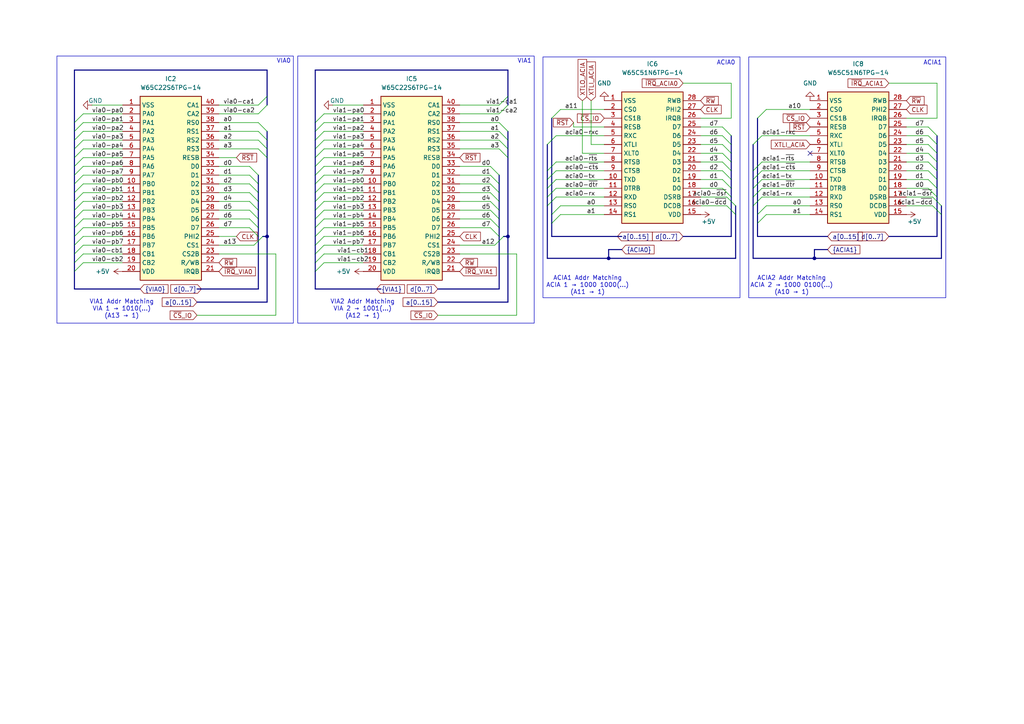
<source format=kicad_sch>
(kicad_sch (version 20250114) (generator "eeschema") (generator_version "9.0")
  (paper "A4")
  (title_block (title "6502 General Purpose Controller - I/O") (date "2025-05-22") (rev "1"))
  (lib_symbols
    (symbol "W65C22S6TPG-14:W65C22S6TPG-14"
      (property "Reference" "IC" (at 24.13 7.62 0))
      (property "Value" "W65C22S6TPG-14" (at 24.13 5.08 0))
      (symbol "W65C22S6TPG-14_1_1"
        (rectangle (start 5.08 2.54) (end 22.86 -50.8) (stroke (width 0.254)) (fill (type background)))
        (pin passive line (at 0 0 0) (length 5.08) (name "VSS") (number "1"))
        (pin passive line (at 0 -2.54 0) (length 5.08) (name "PA0") (number "2"))
        (pin passive line (at 0 -5.08 0) (length 5.08) (name "PA1") (number "3"))
        (pin passive line (at 0 -7.62 0) (length 5.08) (name "PA2") (number "4"))
        (pin passive line (at 0 -10.16 0) (length 5.08) (name "PA3") (number "5"))
        (pin passive line (at 0 -12.7 0) (length 5.08) (name "PA4") (number "6"))
        (pin passive line (at 0 -15.24 0) (length 5.08) (name "PA5") (number "7"))
        (pin passive line (at 0 -17.78 0) (length 5.08) (name "PA6") (number "8"))
        (pin passive line (at 0 -20.32 0) (length 5.08) (name "PA7") (number "9"))
        (pin passive line (at 0 -22.86 0) (length 5.08) (name "PB0") (number "10"))
        (pin passive line (at 0 -25.4 0) (length 5.08) (name "PB1") (number "11"))
        (pin passive line (at 0 -27.94 0) (length 5.08) (name "PB2") (number "12"))
        (pin passive line (at 0 -30.48 0) (length 5.08) (name "PB3") (number "13"))
        (pin passive line (at 0 -33.02 0) (length 5.08) (name "PB4") (number "14"))
        (pin passive line (at 0 -35.56 0) (length 5.08) (name "PB5") (number "15"))
        (pin passive line (at 0 -38.1 0) (length 5.08) (name "PB6") (number "16"))
        (pin passive line (at 0 -40.64 0) (length 5.08) (name "PB7") (number "17"))
        (pin passive line (at 0 -43.18 0) (length 5.08) (name "CB1") (number "18"))
        (pin passive line (at 0 -45.72 0) (length 5.08) (name "CB2") (number "19"))
        (pin passive line (at 0 -48.26 0) (length 5.08) (name "VDD") (number "20"))
        (pin passive line (at 27.94 0 180) (length 5.08) (name "CA1") (number "40"))
        (pin passive line (at 27.94 -2.54 180) (length 5.08) (name "CA2") (number "39"))
        (pin passive line (at 27.94 -5.08 180) (length 5.08) (name "RS0") (number "38"))
        (pin passive line (at 27.94 -7.62 180) (length 5.08) (name "RS1") (number "37"))
        (pin passive line (at 27.94 -10.16 180) (length 5.08) (name "RS2") (number "36"))
        (pin passive line (at 27.94 -12.7 180) (length 5.08) (name "RS3") (number "35"))
        (pin passive line (at 27.94 -15.24 180) (length 5.08) (name "RESB") (number "34"))
        (pin passive line (at 27.94 -17.78 180) (length 5.08) (name "D0") (number "33"))
        (pin passive line (at 27.94 -20.32 180) (length 5.08) (name "D1") (number "32"))
        (pin passive line (at 27.94 -22.86 180) (length 5.08) (name "D2") (number "31"))
        (pin passive line (at 27.94 -25.4 180) (length 5.08) (name "D3") (number "30"))
        (pin passive line (at 27.94 -27.94 180) (length 5.08) (name "D4") (number "29"))
        (pin passive line (at 27.94 -30.48 180) (length 5.08) (name "D5") (number "28"))
        (pin passive line (at 27.94 -33.02 180) (length 5.08) (name "D6") (number "27"))
        (pin passive line (at 27.94 -35.56 180) (length 5.08) (name "D7") (number "26"))
        (pin passive line (at 27.94 -38.1 180) (length 5.08) (name "PHI2") (number "25"))
        (pin passive line (at 27.94 -40.64 180) (length 5.08) (name "CS1") (number "24"))
        (pin passive line (at 27.94 -43.18 180) (length 5.08) (name "CS2B") (number "23"))
        (pin passive line (at 27.94 -45.72 180) (length 5.08) (name "R/WB") (number "22"))
        (pin passive line (at 27.94 -48.26 180) (length 5.08) (name "IRQB") (number "21"))
      )
    )
    (symbol "W65C51N6TPG-14:W65C51N6TPG-14"
      (property "Reference" "IC" (at 24.13 7.62 0))
      (property "Value" "W65C51N6TPG-14" (at 24.13 5.08 0))
      (symbol "W65C51N6TPG-14_1_1"
        (rectangle (start 5.08 2.54) (end 22.86 -35.56) (stroke (width 0.254)) (fill (type background)))
        (pin passive line (at 0 0 0) (length 5.08) (name "VSS") (number "1"))
        (pin passive line (at 0 -2.54 0) (length 5.08) (name "CS0") (number "2"))
        (pin passive line (at 0 -5.08 0) (length 5.08) (name "CS1B") (number "3"))
        (pin passive line (at 0 -7.62 0) (length 5.08) (name "RESB") (number "4"))
        (pin passive line (at 0 -10.16 0) (length 5.08) (name "RXC") (number "5"))
        (pin passive line (at 0 -12.7 0) (length 5.08) (name "XTLI") (number "6"))
        (pin passive line (at 0 -15.24 0) (length 5.08) (name "XLT0") (number "7"))
        (pin passive line (at 0 -17.78 0) (length 5.08) (name "RTSB") (number "8"))
        (pin passive line (at 0 -20.32 0) (length 5.08) (name "CTSB") (number "9"))
        (pin passive line (at 0 -22.86 0) (length 5.08) (name "TXD") (number "10"))
        (pin passive line (at 0 -25.4 0) (length 5.08) (name "DTRB") (number "11"))
        (pin passive line (at 0 -27.94 0) (length 5.08) (name "RXD") (number "12"))
        (pin passive line (at 0 -30.48 0) (length 5.08) (name "RS0") (number "13"))
        (pin passive line (at 0 -33.02 0) (length 5.08) (name "RS1") (number "14"))
        (pin passive line (at 27.94 0 180) (length 5.08) (name "RWB") (number "28"))
        (pin passive line (at 27.94 -2.54 180) (length 5.08) (name "PHI2") (number "27"))
        (pin passive line (at 27.94 -5.08 180) (length 5.08) (name "IRQB") (number "26"))
        (pin passive line (at 27.94 -7.62 180) (length 5.08) (name "D7") (number "25"))
        (pin passive line (at 27.94 -10.16 180) (length 5.08) (name "D6") (number "24"))
        (pin passive line (at 27.94 -12.7 180) (length 5.08) (name "D5") (number "23"))
        (pin passive line (at 27.94 -15.24 180) (length 5.08) (name "D4") (number "22"))
        (pin passive line (at 27.94 -17.78 180) (length 5.08) (name "D3") (number "21"))
        (pin passive line (at 27.94 -20.32 180) (length 5.08) (name "D2") (number "20"))
        (pin passive line (at 27.94 -22.86 180) (length 5.08) (name "D1") (number "19"))
        (pin passive line (at 27.94 -25.4 180) (length 5.08) (name "D0") (number "18"))
        (pin passive line (at 27.94 -27.94 180) (length 5.08) (name "DSRB") (number "17"))
        (pin passive line (at 27.94 -30.48 180) (length 5.08) (name "DCDB") (number "16"))
        (pin passive line (at 27.94 -33.02 180) (length 5.08) (name "VDD") (number "15"))
      )
    )
    (symbol "power:+5V" (power) (pin_numbers (hide yes)) (pin_names (offset 0) (hide yes))
      (property "Value" "+5V" (at 0 3.556 0))
      (symbol "+5V_0_1"
        (polyline (pts (xy -0.762 1.27) (xy 0 2.54)))
        (polyline (pts (xy 0 2.54) (xy 0.762 1.27)))
        (polyline (pts (xy 0 0) (xy 0 2.54)))
      )
      (symbol "+5V_1_1"
        (pin power_in line (at 0 0 90) (length 0) (name "~") (number "1"))
      )
    )
    (symbol "power:GND" (power) (pin_numbers (hide yes)) (pin_names (offset 0) (hide yes))
      (property "Value" "GND" (at 0 -3.81 0))
      (symbol "GND_0_1"
        (polyline (pts (xy 0 0) (xy 0 -1.27) (xy 1.27 -1.27) (xy 0 -2.54) (xy -1.27 -1.27) (xy 0 -1.27)))
      )
      (symbol "GND_1_1"
        (pin power_in line (at 0 0 270) (length 0) (name "~") (number "1"))
      )
    )
  )
  (bus_alias "ACIA0" (members "acia0-~{rts}" "acia0-~{cts}" "acia0-rxc" "acia0-rx" "acia0-tx" "acia0-~{dtr}" "acia0-~{dsr}" "acia0-~{dcd}"))
  (bus_alias "ACIA1" (members "acia1-~{rts}" "acia1-~{cts}" "acia1-rxc" "acia1-rx" "acia1-tx" "acia1-~{dtr}" "acia1-~{dsr}" "acia1-~{dcd}"))
  (bus_alias "VIA0" (members "via0-pa[0..7]" "via0-pb[0..7]" "via0-ca[1..2]" "via0-cb[1..2]"))
  (bus_alias "VIA1" (members "via1-pa[0..7]" "via1-pb[0..7]" "via1-ca[1..2]" "via1-cb[1..2]"))
  (rectangle (start 16.51 16.256) (end 85.09 93.726))
  (rectangle (start 86.36 16.256) (end 154.94 93.726))
  (rectangle (start 157.48 16.51) (end 214.63 86.36))
  (rectangle (start 217.17 16.51) (end 274.32 86.36))
  (text "VIA1" (at 152.146 17.78 0) (effects (font (size 1.27 1.27))))
  (text "ACIA2 Addr Matching\nACIA 2 → 1000 0100(...)\n(A10 → 1)" (at 229.616 82.804 0) (effects (font (size 1.27 1.27))))
  (text "VIA0" (at 82.296 17.78 0) (effects (font (size 1.27 1.27))))
  (text "ACIA0" (at 210.566 18.288 0) (effects (font (size 1.27 1.27))))
  (text "VIA1 Addr Matching\nVIA 1 → 1010(...)\n(A13 → 1)" (at 35.306 89.662 0) (effects (font (size 1.27 1.27))))
  (text "ACIA1 Addr Matching\nACIA 1 → 1000 1000(...)\n(A11 → 1)" (at 170.434 82.804 0) (effects (font (size 1.27 1.27))))
  (text "VIA2 Addr Matching\nVIA 2 → 1001(...)\n(A12 → 1)" (at 105.156 89.662 0) (effects (font (size 1.27 1.27))))
  (text "ACIA1" (at 270.51 18.288 0) (effects (font (size 1.27 1.27))))
  (junction (at 77.47 68.58))
  (junction (at 236.22 74.93))
  (junction (at 147.32 68.58))
  (junction (at 176.53 74.93))
  (no_connect (at 234.95 44.45))
  (bus_entry (at 143.51 71.12) (size 2.54 -2.54))
  (bus_entry (at 142.24 53.34) (size 2.54 2.54))
  (bus_entry (at 93.98 58.42) (size -2.54 2.54))
  (bus_entry (at 209.55 36.83) (size 2.54 2.54))
  (bus_entry (at 220.98 46.99) (size -2.54 2.54))
  (bus_entry (at 93.98 48.26) (size -2.54 2.54))
  (bus_entry (at 24.13 38.1) (size -2.54 2.54))
  (bus_entry (at 24.13 71.12) (size -2.54 2.54))
  (bus_entry (at 162.56 59.69) (size -2.54 2.54))
  (bus_entry (at 161.29 57.15) (size -2.54 2.54))
  (bus_entry (at 24.13 50.8) (size -2.54 2.54))
  (bus_entry (at 162.56 31.75) (size -2.54 2.54))
  (bus_entry (at 93.98 66.04) (size -2.54 2.54))
  (bus_entry (at 24.13 48.26) (size -2.54 2.54))
  (bus_entry (at 24.13 66.04) (size -2.54 2.54))
  (bus_entry (at 74.93 43.18) (size 2.54 2.54))
  (bus_entry (at 142.24 48.26) (size 2.54 2.54))
  (bus_entry (at 161.29 54.61) (size -2.54 2.54))
  (bus_entry (at 74.93 35.56) (size 2.54 2.54))
  (bus_entry (at 72.39 66.04) (size 2.54 2.54))
  (bus_entry (at 220.98 39.37) (size -2.54 2.54))
  (bus_entry (at 142.24 50.8) (size 2.54 2.54))
  (bus_entry (at 93.98 60.96) (size -2.54 2.54))
  (bus_entry (at 72.39 60.96) (size 2.54 2.54))
  (bus_entry (at 269.24 36.83) (size 2.54 2.54))
  (bus_entry (at 220.98 52.07) (size -2.54 2.54))
  (bus_entry (at 93.98 53.34) (size -2.54 2.54))
  (bus_entry (at 269.24 39.37) (size 2.54 2.54))
  (bus_entry (at 142.24 55.88) (size 2.54 2.54))
  (bus_entry (at 24.13 58.42) (size -2.54 2.54))
  (bus_entry (at 24.13 55.88) (size -2.54 2.54))
  (bus_entry (at 210.82 59.69) (size 2.54 2.54))
  (bus_entry (at 24.13 45.72) (size -2.54 2.54))
  (bus_entry (at 269.24 52.07) (size 2.54 2.54))
  (bus_entry (at 209.55 39.37) (size 2.54 2.54))
  (bus_entry (at 162.56 62.23) (size -2.54 2.54))
  (bus_entry (at 209.55 49.53) (size 2.54 2.54))
  (bus_entry (at 93.98 43.18) (size -2.54 2.54))
  (bus_entry (at 74.93 38.1) (size 2.54 2.54))
  (bus_entry (at 209.55 54.61) (size 2.54 2.54))
  (bus_entry (at 210.82 57.15) (size 2.54 2.54))
  (bus_entry (at 161.29 39.37) (size -2.54 2.54))
  (bus_entry (at 72.39 63.5) (size 2.54 2.54))
  (bus_entry (at 142.24 63.5) (size 2.54 2.54))
  (bus_entry (at 209.55 46.99) (size 2.54 2.54))
  (bus_entry (at 144.78 38.1) (size 2.54 2.54))
  (bus_entry (at 220.98 49.53) (size -2.54 2.54))
  (bus_entry (at 74.93 40.64) (size 2.54 2.54))
  (bus_entry (at 147.32 38.1) (size -2.54 -2.54))
  (bus_entry (at 269.24 41.91) (size 2.54 2.54))
  (bus_entry (at 209.55 44.45) (size 2.54 2.54))
  (bus_entry (at 222.25 59.69) (size -2.54 2.54))
  (bus_entry (at 24.13 60.96) (size -2.54 2.54))
  (bus_entry (at 144.78 40.64) (size 2.54 2.54))
  (bus_entry (at 24.13 63.5) (size -2.54 2.54))
  (bus_entry (at 161.29 52.07) (size -2.54 2.54))
  (bus_entry (at 93.98 38.1) (size -2.54 2.54))
  (bus_entry (at 222.25 62.23) (size -2.54 2.54))
  (bus_entry (at 269.24 49.53) (size 2.54 2.54))
  (bus_entry (at 269.24 44.45) (size 2.54 2.54))
  (bus_entry (at 24.13 33.02) (size -2.54 2.54))
  (bus_entry (at 142.24 66.04) (size 2.54 2.54))
  (bus_entry (at 93.98 68.58) (size -2.54 2.54))
  (bus_entry (at 24.13 43.18) (size -2.54 2.54))
  (bus_entry (at 93.98 71.12) (size -2.54 2.54))
  (bus_entry (at 144.78 33.02) (size 2.54 -2.54))
  (bus_entry (at 24.13 53.34) (size -2.54 2.54))
  (bus_entry (at 93.98 40.64) (size -2.54 2.54))
  (bus_entry (at 72.39 48.26) (size 2.54 2.54))
  (bus_entry (at 270.51 59.69) (size 2.54 2.54))
  (bus_entry (at 93.98 50.8) (size -2.54 2.54))
  (bus_entry (at 269.24 46.99) (size 2.54 2.54))
  (bus_entry (at 72.39 58.42) (size 2.54 2.54))
  (bus_entry (at 72.39 50.8) (size 2.54 2.54))
  (bus_entry (at 220.98 54.61) (size -2.54 2.54))
  (bus_entry (at 222.25 31.75) (size -2.54 2.54))
  (bus_entry (at 93.98 63.5) (size -2.54 2.54))
  (bus_entry (at 209.55 41.91) (size 2.54 2.54))
  (bus_entry (at 144.78 43.18) (size 2.54 2.54))
  (bus_entry (at 270.51 57.15) (size 2.54 2.54))
  (bus_entry (at 161.29 46.99) (size -2.54 2.54))
  (bus_entry (at 269.24 54.61) (size 2.54 2.54))
  (bus_entry (at 93.98 73.66) (size -2.54 2.54))
  (bus_entry (at 73.66 71.12) (size 2.54 -2.54))
  (bus_entry (at 93.98 45.72) (size -2.54 2.54))
  (bus_entry (at 142.24 58.42) (size 2.54 2.54))
  (bus_entry (at 93.98 55.88) (size -2.54 2.54))
  (bus_entry (at 142.24 60.96) (size 2.54 2.54))
  (bus_entry (at 220.98 57.15) (size -2.54 2.54))
  (bus_entry (at 93.98 35.56) (size -2.54 2.54))
  (bus_entry (at 209.55 52.07) (size 2.54 2.54))
  (bus_entry (at 24.13 35.56) (size -2.54 2.54))
  (bus_entry (at 93.98 33.02) (size -2.54 2.54))
  (bus_entry (at 72.39 55.88) (size 2.54 2.54))
  (bus_entry (at 74.93 30.48) (size 2.54 -2.54))
  (bus_entry (at 161.29 49.53) (size -2.54 2.54))
  (bus_entry (at 24.13 76.2) (size -2.54 2.54))
  (bus_entry (at 144.78 30.48) (size 2.54 -2.54))
  (bus_entry (at 24.13 73.66) (size -2.54 2.54))
  (bus_entry (at 24.13 40.64) (size -2.54 2.54))
  (bus_entry (at 72.39 53.34) (size 2.54 2.54))
  (bus_entry (at 74.93 33.02) (size 2.54 -2.54))
  (bus_entry (at 24.13 68.58) (size -2.54 2.54))
  (bus_entry (at 93.98 76.2) (size -2.54 2.54))
  (wire (pts (xy 24.13 33.02) (xy 35.56 33.02)))
  (wire (pts (xy 133.35 48.26) (xy 142.24 48.26)))
  (wire (pts (xy 93.98 66.04) (xy 105.41 66.04)))
  (wire (pts (xy 63.5 35.56) (xy 74.93 35.56)))
  (wire (pts (xy 24.13 76.2) (xy 35.56 76.2)))
  (wire (pts (xy 24.13 43.18) (xy 35.56 43.18)))
  (wire (pts (xy 24.13 45.72) (xy 35.56 45.72)))
  (wire (pts (xy 203.2 39.37) (xy 209.55 39.37)))
  (wire (pts (xy 171.45 41.91) (xy 175.26 41.91)))
  (bus (pts (xy 219.71 34.29) (xy 219.71 62.23)))
  (wire (pts (xy 203.2 59.69) (xy 210.82 59.69)))
  (wire (pts (xy 203.2 49.53) (xy 209.55 49.53)))
  (wire (pts (xy 161.29 39.37) (xy 175.26 39.37)))
  (bus (pts (xy 91.44 53.34) (xy 91.44 55.88)))
  (bus (pts (xy 144.78 53.34) (xy 144.78 55.88)))
  (wire (pts (xy 271.78 34.29) (xy 262.89 34.29)))
  (wire (pts (xy 222.25 31.75) (xy 234.95 31.75)))
  (bus (pts (xy 21.59 78.74) (xy 21.59 83.82)))
  (bus (pts (xy 91.44 60.96) (xy 91.44 63.5)))
  (bus (pts (xy 21.59 53.34) (xy 21.59 55.88)))
  (wire (pts (xy 93.98 68.58) (xy 105.41 68.58)))
  (wire (pts (xy 24.13 73.66) (xy 35.56 73.66)))
  (bus (pts (xy 147.32 68.58) (xy 147.32 87.63)))
  (wire (pts (xy 166.37 35.56) (xy 166.37 36.83)))
  (wire (pts (xy 63.5 68.58) (xy 68.58 68.58)))
  (bus (pts (xy 74.93 50.8) (xy 74.93 53.34)))
  (wire (pts (xy 133.35 63.5) (xy 142.24 63.5)))
  (bus (pts (xy 91.44 66.04) (xy 91.44 68.58)))
  (bus (pts (xy 91.44 43.18) (xy 91.44 45.72)))
  (wire (pts (xy 57.15 91.44) (xy 80.01 91.44)))
  (wire (pts (xy 63.5 33.02) (xy 74.93 33.02)))
  (wire (pts (xy 63.5 71.12) (xy 73.66 71.12)))
  (wire (pts (xy 24.13 55.88) (xy 35.56 55.88)))
  (bus (pts (xy 77.47 20.32) (xy 21.59 20.32)))
  (wire (pts (xy 24.13 60.96) (xy 35.56 60.96)))
  (wire (pts (xy 161.29 52.07) (xy 175.26 52.07)))
  (bus (pts (xy 21.59 35.56) (xy 21.59 38.1)))
  (bus (pts (xy 91.44 48.26) (xy 91.44 50.8)))
  (bus (pts (xy 219.71 62.23) (xy 219.71 64.77)))
  (wire (pts (xy 262.89 52.07) (xy 269.24 52.07)))
  (wire (pts (xy 93.98 53.34) (xy 105.41 53.34)))
  (bus (pts (xy 271.78 44.45) (xy 271.78 46.99)))
  (bus (pts (xy 271.78 57.15) (xy 271.78 68.58)))
  (wire (pts (xy 203.2 36.83) (xy 209.55 36.83)))
  (wire (pts (xy 133.35 66.04) (xy 142.24 66.04)))
  (wire (pts (xy 63.5 50.8) (xy 72.39 50.8)))
  (wire (pts (xy 149.86 91.44) (xy 149.86 73.66)))
  (bus (pts (xy 212.09 52.07) (xy 212.09 54.61)))
  (bus (pts (xy 212.09 57.15) (xy 212.09 68.58)))
  (wire (pts (xy 262.89 49.53) (xy 269.24 49.53)))
  (bus (pts (xy 240.03 68.58) (xy 219.71 68.58)))
  (bus (pts (xy 236.22 74.93) (xy 273.05 74.93)))
  (wire (pts (xy 162.56 31.75) (xy 175.26 31.75)))
  (wire (pts (xy 133.35 50.8) (xy 142.24 50.8)))
  (bus (pts (xy 91.44 73.66) (xy 91.44 76.2)))
  (bus (pts (xy 218.44 54.61) (xy 218.44 57.15)))
  (wire (pts (xy 257.81 24.13) (xy 271.78 24.13)))
  (wire (pts (xy 63.5 43.18) (xy 74.93 43.18)))
  (bus (pts (xy 176.53 74.93) (xy 213.36 74.93)))
  (wire (pts (xy 93.98 33.02) (xy 105.41 33.02)))
  (bus (pts (xy 21.59 55.88) (xy 21.59 58.42)))
  (bus (pts (xy 21.59 63.5) (xy 21.59 66.04)))
  (wire (pts (xy 262.89 59.69) (xy 270.51 59.69)))
  (wire (pts (xy 220.98 57.15) (xy 234.95 57.15)))
  (bus (pts (xy 218.44 49.53) (xy 218.44 52.07)))
  (bus (pts (xy 77.47 68.58) (xy 77.47 87.63)))
  (wire (pts (xy 80.01 91.44) (xy 80.01 73.66)))
  (wire (pts (xy 127 91.44) (xy 149.86 91.44)))
  (wire (pts (xy 96.52 30.48) (xy 105.41 30.48)))
  (bus (pts (xy 147.32 38.1) (xy 147.32 40.64)))
  (bus (pts (xy 218.44 52.07) (xy 218.44 54.61)))
  (wire (pts (xy 63.5 63.5) (xy 72.39 63.5)))
  (wire (pts (xy 133.35 35.56) (xy 144.78 35.56)))
  (bus (pts (xy 91.44 55.88) (xy 91.44 58.42)))
  (wire (pts (xy 133.35 58.42) (xy 142.24 58.42)))
  (wire (pts (xy 63.5 66.04) (xy 72.39 66.04)))
  (wire (pts (xy 93.98 48.26) (xy 105.41 48.26)))
  (bus (pts (xy 273.05 62.23) (xy 273.05 74.93)))
  (wire (pts (xy 93.98 43.18) (xy 105.41 43.18)))
  (bus (pts (xy 158.75 57.15) (xy 158.75 59.69)))
  (bus (pts (xy 91.44 58.42) (xy 91.44 60.96)))
  (bus (pts (xy 77.47 30.48) (xy 77.47 27.94)))
  (bus (pts (xy 160.02 64.77) (xy 160.02 68.58)))
  (wire (pts (xy 262.89 39.37) (xy 269.24 39.37)))
  (wire (pts (xy 24.13 58.42) (xy 35.56 58.42)))
  (wire (pts (xy 175.26 44.45) (xy 168.91 44.45)))
  (bus (pts (xy 218.44 59.69) (xy 218.44 74.93)))
  (wire (pts (xy 93.98 63.5) (xy 105.41 63.5)))
  (wire (pts (xy 168.91 44.45) (xy 168.91 29.21)))
  (bus (pts (xy 271.78 68.58) (xy 257.81 68.58)))
  (bus (pts (xy 21.59 38.1) (xy 21.59 40.64)))
  (bus (pts (xy 21.59 50.8) (xy 21.59 53.34)))
  (bus (pts (xy 160.02 62.23) (xy 160.02 64.77)))
  (wire (pts (xy 262.89 57.15) (xy 270.51 57.15)))
  (bus (pts (xy 21.59 68.58) (xy 21.59 71.12)))
  (wire (pts (xy 63.5 38.1) (xy 74.93 38.1)))
  (bus (pts (xy 212.09 54.61) (xy 212.09 57.15)))
  (wire (pts (xy 93.98 38.1) (xy 105.41 38.1)))
  (wire (pts (xy 262.89 54.61) (xy 269.24 54.61)))
  (wire (pts (xy 162.56 62.23) (xy 175.26 62.23)))
  (bus (pts (xy 77.47 43.18) (xy 77.47 45.72)))
  (wire (pts (xy 203.2 41.91) (xy 209.55 41.91)))
  (bus (pts (xy 271.78 41.91) (xy 271.78 44.45)))
  (bus (pts (xy 160.02 34.29) (xy 160.02 62.23)))
  (bus (pts (xy 212.09 44.45) (xy 212.09 46.99)))
  (bus (pts (xy 271.78 39.37) (xy 271.78 41.91)))
  (bus (pts (xy 74.93 60.96) (xy 74.93 63.5)))
  (wire (pts (xy 212.09 24.13) (xy 212.09 34.29)))
  (wire (pts (xy 262.89 44.45) (xy 269.24 44.45)))
  (wire (pts (xy 24.13 40.64) (xy 35.56 40.64)))
  (bus (pts (xy 57.15 83.82) (xy 74.93 83.82)))
  (wire (pts (xy 24.13 35.56) (xy 35.56 35.56)))
  (bus (pts (xy 57.15 87.63) (xy 77.47 87.63)))
  (wire (pts (xy 93.98 50.8) (xy 105.41 50.8)))
  (bus (pts (xy 91.44 20.32) (xy 91.44 35.56)))
  (bus (pts (xy 77.47 27.94) (xy 77.47 20.32)))
  (bus (pts (xy 21.59 76.2) (xy 21.59 78.74)))
  (bus (pts (xy 127 87.63) (xy 147.32 87.63)))
  (wire (pts (xy 24.13 53.34) (xy 35.56 53.34)))
  (bus (pts (xy 91.44 38.1) (xy 91.44 40.64)))
  (wire (pts (xy 24.13 66.04) (xy 35.56 66.04)))
  (wire (pts (xy 133.35 53.34) (xy 142.24 53.34)))
  (wire (pts (xy 24.13 50.8) (xy 35.56 50.8)))
  (bus (pts (xy 271.78 46.99) (xy 271.78 49.53)))
  (bus (pts (xy 271.78 52.07) (xy 271.78 54.61)))
  (wire (pts (xy 133.35 30.48) (xy 144.78 30.48)))
  (bus (pts (xy 147.32 30.48) (xy 147.32 27.94)))
  (bus (pts (xy 77.47 40.64) (xy 77.47 43.18)))
  (bus (pts (xy 180.34 72.39) (xy 176.53 72.39)))
  (wire (pts (xy 220.98 54.61) (xy 234.95 54.61)))
  (wire (pts (xy 222.25 59.69) (xy 234.95 59.69)))
  (wire (pts (xy 161.29 54.61) (xy 175.26 54.61)))
  (bus (pts (xy 158.75 49.53) (xy 158.75 52.07)))
  (bus (pts (xy 91.44 40.64) (xy 91.44 43.18)))
  (bus (pts (xy 21.59 58.42) (xy 21.59 60.96)))
  (wire (pts (xy 26.67 30.48) (xy 35.56 30.48)))
  (wire (pts (xy 271.78 24.13) (xy 271.78 34.29)))
  (wire (pts (xy 24.13 68.58) (xy 35.56 68.58)))
  (bus (pts (xy 218.44 74.93) (xy 236.22 74.93)))
  (bus (pts (xy 212.09 68.58) (xy 198.12 68.58)))
  (bus (pts (xy 147.32 45.72) (xy 147.32 68.58)))
  (bus (pts (xy 212.09 46.99) (xy 212.09 49.53)))
  (bus (pts (xy 74.93 68.58) (xy 74.93 83.82)))
  (wire (pts (xy 63.5 48.26) (xy 72.39 48.26)))
  (wire (pts (xy 63.5 55.88) (xy 72.39 55.88)))
  (wire (pts (xy 166.37 36.83) (xy 175.26 36.83)))
  (wire (pts (xy 133.35 60.96) (xy 142.24 60.96)))
  (wire (pts (xy 222.25 62.23) (xy 234.95 62.23)))
  (bus (pts (xy 74.93 66.04) (xy 74.93 68.58)))
  (bus (pts (xy 212.09 39.37) (xy 212.09 41.91)))
  (bus (pts (xy 144.78 66.04) (xy 144.78 68.58)))
  (wire (pts (xy 24.13 71.12) (xy 35.56 71.12)))
  (bus (pts (xy 21.59 73.66) (xy 21.59 76.2)))
  (wire (pts (xy 63.5 58.42) (xy 72.39 58.42)))
  (wire (pts (xy 93.98 45.72) (xy 105.41 45.72)))
  (bus (pts (xy 213.36 62.23) (xy 213.36 74.93)))
  (wire (pts (xy 162.56 59.69) (xy 175.26 59.69)))
  (wire (pts (xy 93.98 73.66) (xy 105.41 73.66)))
  (bus (pts (xy 146.05 68.58) (xy 147.32 68.58)))
  (bus (pts (xy 74.93 58.42) (xy 74.93 60.96)))
  (bus (pts (xy 236.22 72.39) (xy 236.22 74.93)))
  (bus (pts (xy 21.59 43.18) (xy 21.59 45.72)))
  (bus (pts (xy 77.47 38.1) (xy 77.47 40.64)))
  (bus (pts (xy 74.93 55.88) (xy 74.93 58.42)))
  (bus (pts (xy 76.2 68.58) (xy 77.47 68.58)))
  (wire (pts (xy 262.89 46.99) (xy 269.24 46.99)))
  (bus (pts (xy 77.47 45.72) (xy 77.47 68.58)))
  (bus (pts (xy 144.78 50.8) (xy 144.78 53.34)))
  (wire (pts (xy 63.5 30.48) (xy 74.93 30.48)))
  (bus (pts (xy 158.75 41.91) (xy 158.75 49.53)))
  (bus (pts (xy 147.32 43.18) (xy 147.32 45.72)))
  (wire (pts (xy 262.89 36.83) (xy 269.24 36.83)))
  (bus (pts (xy 271.78 49.53) (xy 271.78 52.07)))
  (wire (pts (xy 203.2 52.07) (xy 209.55 52.07)))
  (wire (pts (xy 133.35 33.02) (xy 144.78 33.02)))
  (wire (pts (xy 93.98 71.12) (xy 105.41 71.12)))
  (bus (pts (xy 21.59 48.26) (xy 21.59 50.8)))
  (wire (pts (xy 161.29 46.99) (xy 175.26 46.99)))
  (wire (pts (xy 203.2 44.45) (xy 209.55 44.45)))
  (wire (pts (xy 212.09 34.29) (xy 203.2 34.29)))
  (wire (pts (xy 93.98 58.42) (xy 105.41 58.42)))
  (bus (pts (xy 144.78 58.42) (xy 144.78 60.96)))
  (bus (pts (xy 147.32 27.94) (xy 147.32 20.32)))
  (bus (pts (xy 212.09 49.53) (xy 212.09 52.07)))
  (wire (pts (xy 93.98 76.2) (xy 105.41 76.2)))
  (wire (pts (xy 24.13 48.26) (xy 35.56 48.26)))
  (bus (pts (xy 180.34 68.58) (xy 160.02 68.58)))
  (bus (pts (xy 240.03 72.39) (xy 236.22 72.39)))
  (wire (pts (xy 161.29 49.53) (xy 175.26 49.53)))
  (bus (pts (xy 91.44 45.72) (xy 91.44 48.26)))
  (bus (pts (xy 144.78 68.58) (xy 144.78 83.82)))
  (bus (pts (xy 21.59 60.96) (xy 21.59 63.5)))
  (bus (pts (xy 144.78 55.88) (xy 144.78 58.42)))
  (wire (pts (xy 203.2 54.61) (xy 209.55 54.61)))
  (wire (pts (xy 220.98 49.53) (xy 234.95 49.53)))
  (bus (pts (xy 158.75 54.61) (xy 158.75 57.15)))
  (bus (pts (xy 144.78 60.96) (xy 144.78 63.5)))
  (bus (pts (xy 271.78 54.61) (xy 271.78 57.15)))
  (bus (pts (xy 91.44 63.5) (xy 91.44 66.04)))
  (wire (pts (xy 220.98 52.07) (xy 234.95 52.07)))
  (wire (pts (xy 161.29 57.15) (xy 175.26 57.15)))
  (bus (pts (xy 91.44 35.56) (xy 91.44 38.1)))
  (bus (pts (xy 212.09 41.91) (xy 212.09 44.45)))
  (bus (pts (xy 21.59 71.12) (xy 21.59 73.66)))
  (wire (pts (xy 133.35 55.88) (xy 142.24 55.88)))
  (wire (pts (xy 63.5 53.34) (xy 72.39 53.34)))
  (bus (pts (xy 74.93 53.34) (xy 74.93 55.88)))
  (bus (pts (xy 176.53 72.39) (xy 176.53 74.93)))
  (bus (pts (xy 21.59 40.64) (xy 21.59 43.18)))
  (wire (pts (xy 63.5 73.66) (xy 80.01 73.66)))
  (bus (pts (xy 91.44 78.74) (xy 91.44 83.82)))
  (bus (pts (xy 273.05 59.69) (xy 273.05 62.23)))
  (wire (pts (xy 171.45 29.21) (xy 171.45 41.91)))
  (bus (pts (xy 158.75 52.07) (xy 158.75 54.61)))
  (bus (pts (xy 91.44 68.58) (xy 91.44 71.12)))
  (wire (pts (xy 93.98 55.88) (xy 105.41 55.88)))
  (wire (pts (xy 203.2 57.15) (xy 210.82 57.15)))
  (bus (pts (xy 158.75 74.93) (xy 176.53 74.93)))
  (wire (pts (xy 93.98 35.56) (xy 105.41 35.56)))
  (bus (pts (xy 147.32 40.64) (xy 147.32 43.18)))
  (wire (pts (xy 93.98 60.96) (xy 105.41 60.96)))
  (wire (pts (xy 24.13 38.1) (xy 35.56 38.1)))
  (wire (pts (xy 262.89 41.91) (xy 269.24 41.91)))
  (wire (pts (xy 63.5 45.72) (xy 68.58 45.72)))
  (bus (pts (xy 91.44 71.12) (xy 91.44 73.66)))
  (bus (pts (xy 91.44 50.8) (xy 91.44 53.34)))
  (wire (pts (xy 203.2 46.99) (xy 209.55 46.99)))
  (bus (pts (xy 21.59 45.72) (xy 21.59 48.26)))
  (wire (pts (xy 133.35 40.64) (xy 144.78 40.64)))
  (bus (pts (xy 40.64 83.82) (xy 21.59 83.82)))
  (bus (pts (xy 147.32 20.32) (xy 91.44 20.32)))
  (wire (pts (xy 93.98 40.64) (xy 105.41 40.64)))
  (bus (pts (xy 213.36 59.69) (xy 213.36 62.23)))
  (wire (pts (xy 220.98 39.37) (xy 234.95 39.37)))
  (wire (pts (xy 63.5 40.64) (xy 74.93 40.64)))
  (wire (pts (xy 133.35 71.12) (xy 143.51 71.12)))
  (bus (pts (xy 127 83.82) (xy 144.78 83.82)))
  (wire (pts (xy 24.13 63.5) (xy 35.56 63.5)))
  (bus (pts (xy 91.44 76.2) (xy 91.44 78.74)))
  (bus (pts (xy 218.44 41.91) (xy 218.44 49.53)))
  (bus (pts (xy 21.59 66.04) (xy 21.59 68.58)))
  (wire (pts (xy 133.35 38.1) (xy 144.78 38.1)))
  (bus (pts (xy 74.93 63.5) (xy 74.93 66.04)))
  (wire (pts (xy 133.35 43.18) (xy 144.78 43.18)))
  (bus (pts (xy 219.71 64.77) (xy 219.71 68.58)))
  (bus (pts (xy 21.59 20.32) (xy 21.59 35.56)))
  (wire (pts (xy 198.12 24.13) (xy 212.09 24.13)))
  (wire (pts (xy 220.98 46.99) (xy 234.95 46.99)))
  (bus (pts (xy 158.75 59.69) (xy 158.75 74.93)))
  (wire (pts (xy 63.5 60.96) (xy 72.39 60.96)))
  (bus (pts (xy 144.78 63.5) (xy 144.78 66.04)))
  (wire (pts (xy 133.35 73.66) (xy 149.86 73.66)))
  (bus (pts (xy 110.49 83.82) (xy 91.44 83.82)))
  (bus (pts (xy 218.44 57.15) (xy 218.44 59.69)))
  (label "a1" (at 170.18 62.23 0))
  (label "via0-pb1" (at 26.67 55.88 0))
  (label "via1-pb5" (at 96.52 66.04 0))
  (label "d6" (at 139.7 63.5 0))
  (label "via0-pa4" (at 26.67 43.18 0))
  (label "a10" (at 228.6 31.75 0))
  (label "d0" (at 205.74 54.61 0))
  (label "d2" (at 139.7 53.34 0))
  (label "via1-pa2" (at 96.52 38.1 0))
  (label "via1-cb1" (at 97.79 73.66 0))
  (label "via1-pb0" (at 96.52 53.34 0))
  (label "a1" (at 229.87 62.23 0))
  (label "d1" (at 139.7 50.8 0))
  (label "acia1-~{dsr}" (at 270.51 57.15 180))
  (label "acia0-tx" (at 163.83 52.07 0))
  (label "d6" (at 265.43 39.37 0))
  (label "a3" (at 64.77 43.18 0))
  (label "via1-pa0" (at 96.52 33.02 0))
  (label "d5" (at 265.43 41.91 0))
  (label "via1-pb6" (at 96.52 68.58 0))
  (label "via0-pa7" (at 26.67 50.8 0))
  (label "acia0-~{dsr}" (at 210.82 57.15 180))
  (label "a1" (at 142.24 38.1 0))
  (label "via1-pa4" (at 96.52 43.18 0))
  (label "a0" (at 170.18 59.69 0))
  (label "via1-cb2" (at 97.79 76.2 0))
  (label "via0-pb7" (at 26.67 71.12 0))
  (label "via1-ca2" (at 140.97 33.02 0))
  (label "d5" (at 139.7 60.96 0))
  (label "d2" (at 64.77 53.34 0))
  (label "d5" (at 64.77 60.96 0))
  (label "a3" (at 142.24 43.18 0))
  (label "via0-pb2" (at 26.67 58.42 0))
  (label "via1-pb2" (at 96.52 58.42 0))
  (label "d7" (at 205.74 36.83 0))
  (label "via0-pb6" (at 26.67 68.58 0))
  (label "via0-pb0" (at 26.67 53.34 0))
  (label "d1" (at 265.43 52.07 0))
  (label "d3" (at 265.43 46.99 0))
  (label "acia1-~{cts}" (at 220.98 49.53 0))
  (label "d4" (at 265.43 44.45 0))
  (label "d7" (at 139.7 66.04 0))
  (label "d2" (at 265.43 49.53 0))
  (label "via0-pa5" (at 26.67 45.72 0))
  (label "via0-ca1" (at 64.77 30.48 0))
  (label "via0-cb2" (at 26.67 76.2 0))
  (label "via1-pb1" (at 96.52 55.88 0))
  (label "a2" (at 142.24 40.64 0))
  (label "d7" (at 64.77 66.04 0))
  (label "via1-pa6" (at 96.52 48.26 0))
  (label "via1-pb7" (at 96.52 71.12 0))
  (label "d7" (at 265.43 36.83 0))
  (label "via0-pb4" (at 26.67 63.5 0))
  (label "acia1-~{dcd}" (at 270.51 59.69 180))
  (label "via0-pa6" (at 26.67 48.26 0))
  (label "d4" (at 64.77 58.42 0))
  (label "acia1-~{rts}" (at 220.98 46.99 0))
  (label "acia0-~{dcd}" (at 210.82 59.69 180))
  (label "d2" (at 205.74 49.53 0))
  (label "via1-pa7" (at 96.52 50.8 0))
  (label "a1" (at 64.77 38.1 0))
  (label "acia0-~{rts}" (at 163.83 46.99 0))
  (label "a0" (at 64.77 35.56 0))
  (label "d6" (at 64.77 63.5 0))
  (label "acia1-rxc" (at 220.98 39.37 0))
  (label "via1-pb3" (at 96.52 60.96 0))
  (label "via0-pb3" (at 26.67 60.96 0))
  (label "d4" (at 205.74 44.45 0))
  (label "via0-pa2" (at 26.67 38.1 0))
  (label "a12" (at 139.7 71.12 0))
  (label "a0" (at 229.87 59.69 0))
  (label "d3" (at 139.7 55.88 0))
  (label "via1-pa1" (at 96.52 35.56 0))
  (label "via1-pa5" (at 96.52 45.72 0))
  (label "acia0-rxc" (at 163.83 39.37 0))
  (label "acia1-rx" (at 220.98 57.15 0))
  (label "d4" (at 139.7 58.42 0))
  (label "via1-ca1" (at 140.97 30.48 0))
  (label "acia1-~{dtr}" (at 220.98 54.61 0))
  (label "a13" (at 64.77 71.12 0))
  (label "via1-pb4" (at 96.52 63.5 0))
  (label "d0" (at 64.77 48.26 0))
  (label "d0" (at 139.7 48.26 0))
  (label "via0-pa1" (at 26.67 35.56 0))
  (label "a2" (at 64.77 40.64 0))
  (label "d1" (at 205.74 52.07 0))
  (label "a11" (at 163.83 31.75 0))
  (label "d3" (at 64.77 55.88 0))
  (label "via0-pa0" (at 26.67 33.02 0))
  (label "acia0-~{dtr}" (at 163.83 54.61 0))
  (label "via0-pa3" (at 26.67 40.64 0))
  (label "via1-pa3" (at 96.52 40.64 0))
  (label "acia1-tx" (at 220.98 52.07 0))
  (label "d6" (at 205.74 39.37 0))
  (label "d0" (at 265.43 54.61 0))
  (label "via0-cb1" (at 26.67 73.66 0))
  (label "via0-ca2" (at 64.77 33.02 0))
  (label "via0-pb5" (at 26.67 66.04 0))
  (label "d3" (at 205.74 46.99 0))
  (label "acia0-~{cts}" (at 163.83 49.53 0))
  (label "a0" (at 142.24 35.56 0))
  (label "d1" (at 64.77 50.8 0))
  (label "d5" (at 205.74 41.91 0))
  (label "acia0-rx" (at 163.83 57.15 0))
  (global_label "~{RST}" (shape input) (at 133.35 45.72 0) (property "Intersheetrefs" "${INTERSHEET_REFS}" (effects (hide yes))))
  (global_label "d[0..7]" (shape input) (at 127 83.82 180) (property "Intersheetrefs" "${INTERSHEET_REFS}" (effects (hide yes))))
  (global_label "~{CS}_IO" (shape input) (at 57.15 91.44 180) (property "Intersheetrefs" "${INTERSHEET_REFS}" (effects (hide yes))))
  (global_label "~{IRQ}_ACIA1" (shape input) (at 257.81 24.13 180) (property "Intersheetrefs" "${INTERSHEET_REFS}" (effects (hide yes))))
  (global_label "~{IRQ}_VIA0" (shape input) (at 63.5 78.74 0) (property "Intersheetrefs" "${INTERSHEET_REFS}" (effects (hide yes))))
  (global_label "~{CS}_IO" (shape input) (at 234.95 34.29 180) (property "Intersheetrefs" "${INTERSHEET_REFS}" (effects (hide yes))))
  (global_label "~{RST}" (shape input) (at 68.58 45.72 0) (property "Intersheetrefs" "${INTERSHEET_REFS}" (effects (hide yes))))
  (global_label "d[0..7]" (shape input) (at 58.42 83.82 180) (property "Intersheetrefs" "${INTERSHEET_REFS}" (effects (hide yes))))
  (global_label "~{RST}" (shape input) (at 166.37 35.56 180) (property "Intersheetrefs" "${INTERSHEET_REFS}" (effects (hide yes))))
  (global_label "CLK" (shape input) (at 68.58 68.58 0) (property "Intersheetrefs" "${INTERSHEET_REFS}" (effects (hide yes))))
  (global_label "~{RW}" (shape input) (at 203.2 29.21 0) (property "Intersheetrefs" "${INTERSHEET_REFS}" (effects (hide yes))))
  (global_label "CLK" (shape input) (at 133.35 68.58 0) (property "Intersheetrefs" "${INTERSHEET_REFS}" (effects (hide yes))))
  (global_label "a[0..15]" (shape input) (at 179.07 68.58 0) (property "Intersheetrefs" "${INTERSHEET_REFS}" (effects (hide yes))))
  (global_label "~{IRQ}_ACIA0" (shape input) (at 198.12 24.13 180) (property "Intersheetrefs" "${INTERSHEET_REFS}" (effects (hide yes))))
  (global_label "~{RW}" (shape input) (at 262.89 29.21 0) (property "Intersheetrefs" "${INTERSHEET_REFS}" (effects (hide yes))))
  (global_label "XTLI_ACIA" (shape input) (at 234.95 41.91 180) (property "Intersheetrefs" "${INTERSHEET_REFS}" (effects (hide yes))))
  (global_label "{VIA0}" (shape input) (at 40.64 83.82 0) (property "Intersheetrefs" "${INTERSHEET_REFS}" (effects (hide yes))))
  (global_label "CLK" (shape input) (at 262.89 31.75 0) (property "Intersheetrefs" "${INTERSHEET_REFS}" (effects (hide yes))))
  (global_label "CLK" (shape input) (at 203.2 31.75 0) (property "Intersheetrefs" "${INTERSHEET_REFS}" (effects (hide yes))))
  (global_label "{ACIA0}" (shape input) (at 180.34 72.39 0) (property "Intersheetrefs" "${INTERSHEET_REFS}" (effects (hide yes))))
  (global_label "a[0..15]" (shape input) (at 57.15 87.63 180) (property "Intersheetrefs" "${INTERSHEET_REFS}" (effects (hide yes))))
  (global_label "~{RW}" (shape input) (at 63.5 76.2 0) (property "Intersheetrefs" "${INTERSHEET_REFS}" (effects (hide yes))))
  (global_label "d[0..7]" (shape input) (at 257.81 68.58 180) (property "Intersheetrefs" "${INTERSHEET_REFS}" (effects (hide yes))))
  (global_label "a[0..15]" (shape input) (at 127 87.63 180) (property "Intersheetrefs" "${INTERSHEET_REFS}" (effects (hide yes))))
  (global_label "d[0..7]" (shape input) (at 198.12 68.58 180) (property "Intersheetrefs" "${INTERSHEET_REFS}" (effects (hide yes))))
  (global_label "{ACIA1}" (shape input) (at 240.03 72.39 0) (property "Intersheetrefs" "${INTERSHEET_REFS}" (effects (hide yes))))
  (global_label "~{IRQ}_VIA1" (shape input) (at 133.35 78.74 0) (property "Intersheetrefs" "${INTERSHEET_REFS}" (effects (hide yes))))
  (global_label "~{RW}" (shape input) (at 133.35 76.2 0) (property "Intersheetrefs" "${INTERSHEET_REFS}" (effects (hide yes))))
  (global_label "~{CS}_IO" (shape input) (at 175.26 34.29 180) (property "Intersheetrefs" "${INTERSHEET_REFS}" (effects (hide yes))))
  (global_label "XTLO_ACIA" (shape input) (at 168.91 29.21 90) (property "Intersheetrefs" "${INTERSHEET_REFS}" (effects (hide yes))))
  (global_label "{VIA1}" (shape input) (at 109.22 83.82 0) (property "Intersheetrefs" "${INTERSHEET_REFS}" (effects (hide yes))))
  (global_label "a[0..15]" (shape input) (at 240.03 68.58 0) (property "Intersheetrefs" "${INTERSHEET_REFS}" (effects (hide yes))))
  (global_label "~{RST}" (shape input) (at 234.95 36.83 180) (property "Intersheetrefs" "${INTERSHEET_REFS}" (effects (hide yes))))
  (global_label "XTLI_ACIA" (shape input) (at 171.45 29.21 90) (property "Intersheetrefs" "${INTERSHEET_REFS}" (effects (hide yes))))
  (global_label "~{CS}_IO" (shape input) (at 127 91.44 180) (property "Intersheetrefs" "${INTERSHEET_REFS}" (effects (hide yes))))
  (symbol (lib_id "W65C51N6TPG-14:W65C51N6TPG-14") (at 234.95 29.21 0) (unit 1)
    (property "Reference" "IC8" (at 248.92 18.542 0))
    (property "Value" "W65C51N6TPG-14" (at 248.92 21.082 0))
    (property "Footprint" "LCSCLib:DIP-28_L35.6-W10.2-P2.54-LS7.6-BL-A" (effects (hide yes)))
    (property "Datasheet" "https://componentsearchengine.com/Datasheets/1/W65C51N6TPG-14.pdf" (effects (hide yes)))
    (property "Description" "Interface - Specialized Asynch Communication Interface Adapter" (effects (hide yes)))
    (property "Height" "5.584" (effects (hide yes)))
    (property "Mouser Part Number" "955-W65C51N6TPG-14" (effects (hide yes)))
    (property "Mouser Price/Stock" "https://www.mouser.co.uk/ProductDetail/Western-Design-Center-WDC/W65C51N6TPG-14?qs=AgbsAOSw7WDdUCKSkUixbw%3D%3D" (effects (hide yes)))
    (property "Manufacturer_Name" "Western Design Center (WDC)" (effects (hide yes)))
    (property "Manufacturer_Part_Number" "W65C51N6TPG-14" (effects (hide yes)))
  )
  (symbol (lib_id "power:+5V") (at 203.2 62.23 270) (unit 1)
    (property "Reference" "#PWR040" (effects (hide yes)))
    (property "Value" "+5V" (at 203.454 64.262 90) (effects (justify left)))
    (property "Description" "Power symbol creates a global label with name \"+5V\"" (effects (hide yes)))
  )
  (symbol (lib_id "power:+5V") (at 262.89 62.23 270) (unit 1)
    (property "Reference" "#PWR056" (effects (hide yes)))
    (property "Value" "+5V" (at 263.144 64.262 90) (effects (justify left)))
    (property "Description" "Power symbol creates a global label with name \"+5V\"" (effects (hide yes)))
  )
  (symbol (lib_id "W65C22S6TPG-14:W65C22S6TPG-14") (at 105.41 30.48 0) (unit 1)
    (property "Reference" "IC5" (at 119.38 22.86 0))
    (property "Value" "W65C22S6TPG-14" (at 119.38 25.4 0))
    (property "Footprint" "LCSCLib:DIP-40_L50.8-W17.8-P2.54-LS15.2-BL" (effects (hide yes)))
    (property "Datasheet" "https://componentsearchengine.com/Datasheets/1/W65C22S6TPG-14.pdf" (effects (hide yes)))
    (property "Description" "I/O Controller Interface IC Versatile Interface Adapter" (effects (hide yes)))
    (property "Height" "4.07" (effects (hide yes)))
    (property "Mouser Part Number" "955-W65C22S6TPG-14" (effects (hide yes)))
    (property "Mouser Price/Stock" "https://www.mouser.co.uk/ProductDetail/Western-Design-Center-WDC/W65C22S6TPG-14?qs=opBjA1TV9038jNZ%252Bop8JdA%3D%3D" (effects (hide yes)))
    (property "Manufacturer_Name" "Western Design Center (WDC)" (effects (hide yes)))
    (property "Manufacturer_Part_Number" "W65C22S6TPG-14" (effects (hide yes)))
  )
  (symbol (lib_id "power:GND") (at 96.52 30.48 270) (unit 1)
    (property "Reference" "#PWR035" (effects (hide yes)))
    (property "Value" "GND" (at 99.822 29.21 90) (effects (justify right)))
    (property "Description" "Power symbol creates a global label with name \"GND\" , ground" (effects (hide yes)))
  )
  (symbol (lib_id "power:+5V") (at 35.56 78.74 90) (unit 1)
    (property "Reference" "#PWR021" (effects (hide yes)))
    (property "Value" "+5V" (at 31.75 78.7399 90) (effects (justify left)))
    (property "Description" "Power symbol creates a global label with name \"+5V\"" (effects (hide yes)))
  )
  (symbol (lib_id "power:GND") (at 26.67 30.48 270) (unit 1)
    (property "Reference" "#PWR020" (effects (hide yes)))
    (property "Value" "GND" (at 29.718 29.21 90) (effects (justify right)))
    (property "Description" "Power symbol creates a global label with name \"GND\" , ground" (effects (hide yes)))
  )
  (symbol (lib_id "power:+5V") (at 105.41 78.74 90) (unit 1)
    (property "Reference" "#PWR036" (effects (hide yes)))
    (property "Value" "+5V" (at 101.6 78.7399 90) (effects (justify left)))
    (property "Description" "Power symbol creates a global label with name \"+5V\"" (effects (hide yes)))
  )
  (symbol (lib_id "power:GND") (at 175.26 29.21 180) (unit 1)
    (property "Reference" "#PWR039" (effects (hide yes)))
    (property "Value" "GND" (at 175.26 24.13 0))
    (property "Description" "Power symbol creates a global label with name \"GND\" , ground" (effects (hide yes)))
  )
  (symbol (lib_id "power:GND") (at 234.95 29.21 180) (unit 1)
    (property "Reference" "#PWR055" (effects (hide yes)))
    (property "Value" "GND" (at 234.95 24.13 0))
    (property "Description" "Power symbol creates a global label with name \"GND\" , ground" (effects (hide yes)))
  )
  (symbol (lib_id "W65C22S6TPG-14:W65C22S6TPG-14") (at 35.56 30.48 0) (unit 1)
    (property "Reference" "IC2" (at 49.53 22.86 0))
    (property "Value" "W65C22S6TPG-14" (at 49.53 25.4 0))
    (property "Footprint" "LCSCLib:DIP-40_L50.8-W17.8-P2.54-LS15.2-BL" (effects (hide yes)))
    (property "Datasheet" "https://componentsearchengine.com/Datasheets/1/W65C22S6TPG-14.pdf" (effects (hide yes)))
    (property "Description" "I/O Controller Interface IC Versatile Interface Adapter" (effects (hide yes)))
    (property "Height" "4.07" (effects (hide yes)))
    (property "Mouser Part Number" "955-W65C22S6TPG-14" (effects (hide yes)))
    (property "Mouser Price/Stock" "https://www.mouser.co.uk/ProductDetail/Western-Design-Center-WDC/W65C22S6TPG-14?qs=opBjA1TV9038jNZ%252Bop8JdA%3D%3D" (effects (hide yes)))
    (property "Manufacturer_Name" "Western Design Center (WDC)" (effects (hide yes)))
    (property "Manufacturer_Part_Number" "W65C22S6TPG-14" (effects (hide yes)))
  )
  (symbol (lib_id "W65C51N6TPG-14:W65C51N6TPG-14") (at 175.26 29.21 0) (unit 1)
    (property "Reference" "IC6" (at 189.23 18.542 0))
    (property "Value" "W65C51N6TPG-14" (at 189.23 21.082 0))
    (property "Footprint" "LCSCLib:DIP-28_L35.6-W10.2-P2.54-LS7.6-BL-A" (effects (hide yes)))
    (property "Datasheet" "https://componentsearchengine.com/Datasheets/1/W65C51N6TPG-14.pdf" (effects (hide yes)))
    (property "Description" "Interface - Specialized Asynch Communication Interface Adapter" (effects (hide yes)))
    (property "Height" "5.584" (effects (hide yes)))
    (property "Mouser Part Number" "955-W65C51N6TPG-14" (effects (hide yes)))
    (property "Mouser Price/Stock" "https://www.mouser.co.uk/ProductDetail/Western-Design-Center-WDC/W65C51N6TPG-14?qs=AgbsAOSw7WDdUCKSkUixbw%3D%3D" (effects (hide yes)))
    (property "Manufacturer_Name" "Western Design Center (WDC)" (effects (hide yes)))
    (property "Manufacturer_Part_Number" "W65C51N6TPG-14" (effects (hide yes)))
  )
)
</source>
